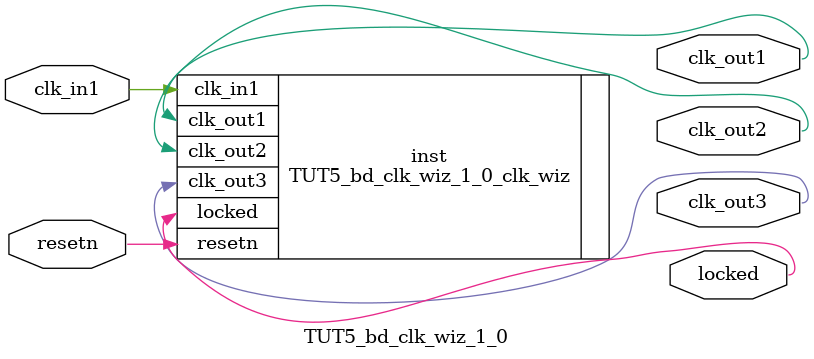
<source format=v>


`timescale 1ps/1ps

(* CORE_GENERATION_INFO = "TUT5_bd_clk_wiz_1_0,clk_wiz_v6_0_2_0_0,{component_name=TUT5_bd_clk_wiz_1_0,use_phase_alignment=true,use_min_o_jitter=false,use_max_i_jitter=false,use_dyn_phase_shift=false,use_inclk_switchover=false,use_dyn_reconfig=false,enable_axi=0,feedback_source=FDBK_AUTO,PRIMITIVE=MMCM,num_out_clk=3,clkin1_period=10.000,clkin2_period=10.000,use_power_down=false,use_reset=true,use_locked=true,use_inclk_stopped=false,feedback_type=SINGLE,CLOCK_MGR_TYPE=NA,manual_override=false}" *)

module TUT5_bd_clk_wiz_1_0 
 (
  // Clock out ports
  output        clk_out1,
  output        clk_out2,
  output        clk_out3,
  // Status and control signals
  input         resetn,
  output        locked,
 // Clock in ports
  input         clk_in1
 );

  TUT5_bd_clk_wiz_1_0_clk_wiz inst
  (
  // Clock out ports  
  .clk_out1(clk_out1),
  .clk_out2(clk_out2),
  .clk_out3(clk_out3),
  // Status and control signals               
  .resetn(resetn), 
  .locked(locked),
 // Clock in ports
  .clk_in1(clk_in1)
  );

endmodule

</source>
